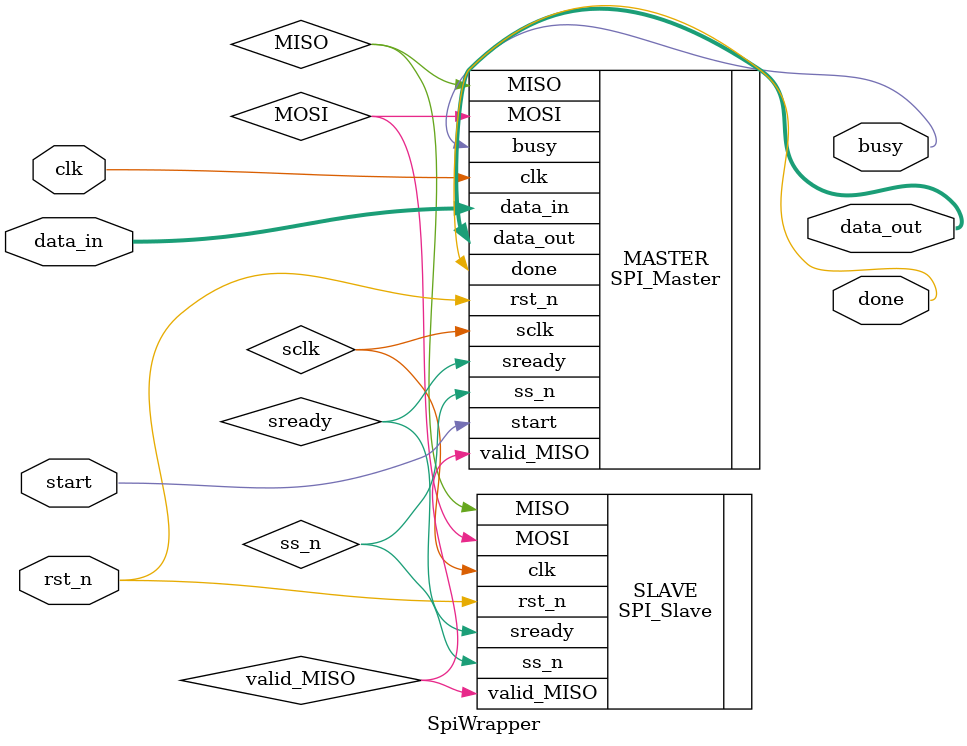
<source format=sv>
module SpiWrapper (
    input logic clk,
	input logic rst_n,

    // Interface to User/Controller
    input logic start,          // Input: Start transaction signal (pulse)
    input logic [9:0] data_in,  // Input: 10-bit data/command to send
	output logic [7:0] data_out, // Output: 8-bit data received from slave (for read ops)
    output logic busy,         // Output: Master is busy with a transaction
    output logic done          // Output: Transaction completed (pulse)
);

// buses and nets 
logic MOSI;
logic ss_n;
logic MISO;
logic valid_MISO;
logic sready;
logic sclk;

SPI_Master MASTER(
    .clk(clk),
    .rst_n(rst_n),
	.sclk(sclk),
    .start(start),         
    .data_in(data_in), 
    .data_out(data_out),
    .busy(busy),         
    .done(done),   
    // to slave 
    .MOSI(MOSI),
    .ss_n(ss_n),
    .MISO(MISO),
    .valid_MISO(valid_MISO),
    .sready(sready)
);

SPI_Slave SLAVE(
    .clk(sclk),
	.rst_n(rst_n), 
	.ss_n(ss_n),   // active low chip (slave) select 
	.MOSI(MOSI),
    .MISO(MISO), 
	.valid_MISO(valid_MISO),
    .sready(sready)
);

endmodule
</source>
